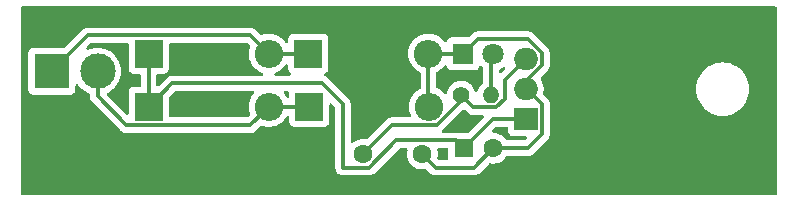
<source format=gbr>
%TF.GenerationSoftware,KiCad,Pcbnew,8.0.6*%
%TF.CreationDate,2024-11-04T20:56:57+05:30*%
%TF.ProjectId,power_supply_kicad,706f7765-725f-4737-9570-706c795f6b69,rev?*%
%TF.SameCoordinates,Original*%
%TF.FileFunction,Copper,L1,Top*%
%TF.FilePolarity,Positive*%
%FSLAX46Y46*%
G04 Gerber Fmt 4.6, Leading zero omitted, Abs format (unit mm)*
G04 Created by KiCad (PCBNEW 8.0.6) date 2024-11-04 20:56:57*
%MOMM*%
%LPD*%
G01*
G04 APERTURE LIST*
%TA.AperFunction,ComponentPad*%
%ADD10C,1.600000*%
%TD*%
%TA.AperFunction,ComponentPad*%
%ADD11R,3.000000X3.000000*%
%TD*%
%TA.AperFunction,ComponentPad*%
%ADD12C,3.000000*%
%TD*%
%TA.AperFunction,ComponentPad*%
%ADD13R,1.600000X1.600000*%
%TD*%
%TA.AperFunction,ComponentPad*%
%ADD14C,1.400000*%
%TD*%
%TA.AperFunction,ComponentPad*%
%ADD15O,1.400000X1.400000*%
%TD*%
%TA.AperFunction,ComponentPad*%
%ADD16R,2.000000X1.905000*%
%TD*%
%TA.AperFunction,ComponentPad*%
%ADD17O,2.000000X1.905000*%
%TD*%
%TA.AperFunction,ComponentPad*%
%ADD18R,1.800000X1.800000*%
%TD*%
%TA.AperFunction,ComponentPad*%
%ADD19C,1.800000*%
%TD*%
%TA.AperFunction,ComponentPad*%
%ADD20R,2.400000X2.400000*%
%TD*%
%TA.AperFunction,ComponentPad*%
%ADD21O,2.400000X2.400000*%
%TD*%
%TA.AperFunction,Conductor*%
%ADD22C,0.300000*%
%TD*%
G04 APERTURE END LIST*
D10*
%TO.P,C2,1*%
%TO.N,Net-(U1-OUT)*%
X140500000Y-65500000D03*
%TO.P,C2,2*%
%TO.N,Net-(D1-A)*%
X145500000Y-65500000D03*
%TD*%
D11*
%TO.P,J1,1,Pin_1*%
%TO.N,Net-(D1-K)*%
X114120000Y-58500000D03*
D12*
%TO.P,J1,2,Pin_2*%
%TO.N,Net-(D2-A)*%
X118000000Y-58500000D03*
%TD*%
D13*
%TO.P,C1,1*%
%TO.N,Net-(D2-K)*%
X149000000Y-65000000D03*
D10*
%TO.P,C1,2*%
%TO.N,Net-(D1-A)*%
X151500000Y-65000000D03*
%TD*%
D14*
%TO.P,R1,1*%
%TO.N,Net-(U1-OUT)*%
X148780000Y-60500000D03*
D15*
%TO.P,R1,2*%
%TO.N,Net-(D5-A)*%
X151320000Y-60500000D03*
%TD*%
D16*
%TO.P,U1,1,IN*%
%TO.N,Net-(D2-K)*%
X154270000Y-62540000D03*
D17*
%TO.P,U1,2,GND*%
%TO.N,Net-(D1-A)*%
X154270000Y-60000000D03*
%TO.P,U1,3,OUT*%
%TO.N,Net-(U1-OUT)*%
X154270000Y-57460000D03*
%TD*%
D18*
%TO.P,D5,1,K*%
%TO.N,Net-(D1-A)*%
X148960000Y-57000000D03*
D19*
%TO.P,D5,2,A*%
%TO.N,Net-(D5-A)*%
X151500000Y-57000000D03*
%TD*%
D20*
%TO.P,D4,1,K*%
%TO.N,Net-(D2-A)*%
X135920000Y-61500000D03*
D21*
%TO.P,D4,2,A*%
%TO.N,Net-(D1-A)*%
X146080000Y-61500000D03*
%TD*%
D20*
%TO.P,D1,1,K*%
%TO.N,Net-(D1-K)*%
X135840000Y-57000000D03*
D21*
%TO.P,D1,2,A*%
%TO.N,Net-(D1-A)*%
X146000000Y-57000000D03*
%TD*%
D20*
%TO.P,D2,1,K*%
%TO.N,Net-(D2-K)*%
X122340000Y-61500000D03*
D21*
%TO.P,D2,2,A*%
%TO.N,Net-(D2-A)*%
X132500000Y-61500000D03*
%TD*%
D20*
%TO.P,D3,1,K*%
%TO.N,Net-(D2-K)*%
X122340000Y-57000000D03*
D21*
%TO.P,D3,2,A*%
%TO.N,Net-(D1-K)*%
X132500000Y-57000000D03*
%TD*%
D22*
%TO.N,Net-(D1-A)*%
X146000000Y-61420000D02*
X146080000Y-61500000D01*
X154270000Y-59349513D02*
X155620000Y-57999513D01*
X149850000Y-66650000D02*
X151500000Y-65000000D01*
X155620000Y-61237500D02*
X154382500Y-60000000D01*
X154462500Y-65000000D02*
X155620000Y-63842500D01*
X154270000Y-60000000D02*
X154270000Y-59349513D01*
X155620000Y-63842500D02*
X155620000Y-61237500D01*
X154382500Y-60000000D02*
X154270000Y-60000000D01*
X151500000Y-65000000D02*
X154462500Y-65000000D01*
X145500000Y-65500000D02*
X146650000Y-66650000D01*
X150210000Y-55750000D02*
X148960000Y-57000000D01*
X155620000Y-57999513D02*
X155620000Y-56920487D01*
X148960000Y-57000000D02*
X146000000Y-57000000D01*
X155620000Y-56920487D02*
X154449513Y-55750000D01*
X154449513Y-55750000D02*
X150210000Y-55750000D01*
X146000000Y-57000000D02*
X146000000Y-61420000D01*
X146650000Y-66650000D02*
X149850000Y-66650000D01*
%TO.N,Net-(D2-K)*%
X151460000Y-62540000D02*
X149000000Y-65000000D01*
X137020000Y-59500000D02*
X124340000Y-59500000D01*
X124340000Y-59500000D02*
X122340000Y-61500000D01*
X140976346Y-66650000D02*
X138790000Y-66650000D01*
X138790000Y-66650000D02*
X138790000Y-61270000D01*
X149000000Y-65000000D02*
X148350000Y-64350000D01*
X122340000Y-61500000D02*
X122340000Y-57000000D01*
X143276346Y-64350000D02*
X140976346Y-66650000D01*
X148350000Y-64350000D02*
X143276346Y-64350000D01*
X138790000Y-61270000D02*
X137020000Y-59500000D01*
X154270000Y-62540000D02*
X151460000Y-62540000D01*
%TO.N,Net-(U1-OUT)*%
X148780000Y-60992032D02*
X148780000Y-60500000D01*
X142950000Y-63050000D02*
X146722032Y-63050000D01*
X148780000Y-60500000D02*
X149830000Y-61550000D01*
X149830000Y-61550000D02*
X151754925Y-61550000D01*
X140500000Y-65500000D02*
X142950000Y-63050000D01*
X146722032Y-63050000D02*
X148780000Y-60992032D01*
X152500000Y-59230000D02*
X154270000Y-57460000D01*
X152500000Y-60804925D02*
X152500000Y-59230000D01*
X151754925Y-61550000D02*
X152500000Y-60804925D01*
%TO.N,Net-(D1-K)*%
X114120000Y-58500000D02*
X117170000Y-55450000D01*
X132500000Y-57000000D02*
X135840000Y-57000000D01*
X130950000Y-55450000D02*
X132500000Y-57000000D01*
X117170000Y-55450000D02*
X130950000Y-55450000D01*
%TO.N,Net-(D2-A)*%
X132500000Y-61500000D02*
X135920000Y-61500000D01*
X118000000Y-58500000D02*
X118000000Y-60621320D01*
X130950000Y-63050000D02*
X132500000Y-61500000D01*
X118000000Y-60621320D02*
X120428680Y-63050000D01*
X120428680Y-63050000D02*
X130950000Y-63050000D01*
%TO.N,Net-(D5-A)*%
X151320000Y-60500000D02*
X151320000Y-57180000D01*
X151320000Y-57180000D02*
X151500000Y-57000000D01*
%TD*%
%TA.AperFunction,NonConductor*%
G36*
X175442539Y-53020185D02*
G01*
X175488294Y-53072989D01*
X175499500Y-53124500D01*
X175499500Y-68875500D01*
X175479815Y-68942539D01*
X175427011Y-68988294D01*
X175375500Y-68999500D01*
X111624500Y-68999500D01*
X111557461Y-68979815D01*
X111511706Y-68927011D01*
X111500500Y-68875500D01*
X111500500Y-56952135D01*
X112119500Y-56952135D01*
X112119500Y-60047870D01*
X112119501Y-60047876D01*
X112125908Y-60107483D01*
X112176202Y-60242328D01*
X112176206Y-60242335D01*
X112262452Y-60357544D01*
X112262455Y-60357547D01*
X112377664Y-60443793D01*
X112377671Y-60443797D01*
X112512517Y-60494091D01*
X112512516Y-60494091D01*
X112519444Y-60494835D01*
X112572127Y-60500500D01*
X115667872Y-60500499D01*
X115727483Y-60494091D01*
X115862331Y-60443796D01*
X115977546Y-60357546D01*
X116063796Y-60242331D01*
X116114091Y-60107483D01*
X116120500Y-60047873D01*
X116120499Y-59700023D01*
X116140183Y-59632987D01*
X116192987Y-59587232D01*
X116262146Y-59577288D01*
X116325701Y-59606313D01*
X116343766Y-59625716D01*
X116484254Y-59813387D01*
X116484270Y-59813405D01*
X116686594Y-60015729D01*
X116686612Y-60015745D01*
X116915682Y-60187224D01*
X116915690Y-60187229D01*
X117166833Y-60324364D01*
X117166836Y-60324366D01*
X117178660Y-60328776D01*
X117268835Y-60362409D01*
X117324767Y-60404279D01*
X117349184Y-60469743D01*
X117349500Y-60478590D01*
X117349500Y-60685391D01*
X117373913Y-60808117D01*
X117373914Y-60808133D01*
X117373916Y-60808133D01*
X117374498Y-60811062D01*
X117411131Y-60899500D01*
X117423535Y-60929447D01*
X117484337Y-61020445D01*
X117494726Y-61035993D01*
X117494727Y-61035994D01*
X119923404Y-63464669D01*
X119999107Y-63540372D01*
X120014012Y-63555277D01*
X120120546Y-63626461D01*
X120120552Y-63626464D01*
X120120553Y-63626465D01*
X120238936Y-63675501D01*
X120238940Y-63675501D01*
X120238941Y-63675502D01*
X120364608Y-63700500D01*
X120364611Y-63700500D01*
X131014071Y-63700500D01*
X131098615Y-63683682D01*
X131139744Y-63675501D01*
X131258127Y-63626465D01*
X131364669Y-63555277D01*
X131790202Y-63129742D01*
X131851521Y-63096260D01*
X131914426Y-63098934D01*
X132120542Y-63162513D01*
X132372565Y-63200500D01*
X132627435Y-63200500D01*
X132879458Y-63162513D01*
X133123004Y-63087389D01*
X133352634Y-62976805D01*
X133563217Y-62833232D01*
X133750050Y-62659877D01*
X133908959Y-62460612D01*
X133988114Y-62323509D01*
X134038681Y-62275295D01*
X134107288Y-62262071D01*
X134172152Y-62288039D01*
X134212681Y-62344953D01*
X134219501Y-62385510D01*
X134219501Y-62747876D01*
X134225908Y-62807483D01*
X134276202Y-62942328D01*
X134276206Y-62942335D01*
X134362452Y-63057544D01*
X134362455Y-63057547D01*
X134477664Y-63143793D01*
X134477671Y-63143797D01*
X134612517Y-63194091D01*
X134612516Y-63194091D01*
X134619444Y-63194835D01*
X134672127Y-63200500D01*
X137167872Y-63200499D01*
X137227483Y-63194091D01*
X137362331Y-63143796D01*
X137477546Y-63057546D01*
X137563796Y-62942331D01*
X137614091Y-62807483D01*
X137620500Y-62747873D01*
X137620499Y-61319806D01*
X137640184Y-61252768D01*
X137692987Y-61207013D01*
X137762146Y-61197069D01*
X137825702Y-61226094D01*
X137832180Y-61232126D01*
X138103181Y-61503127D01*
X138136666Y-61564450D01*
X138139500Y-61590808D01*
X138139500Y-66714069D01*
X138139500Y-66714071D01*
X138139499Y-66714071D01*
X138164497Y-66839738D01*
X138164499Y-66839744D01*
X138213533Y-66958124D01*
X138213538Y-66958133D01*
X138284723Y-67064668D01*
X138284726Y-67064672D01*
X138375327Y-67155273D01*
X138375331Y-67155276D01*
X138481866Y-67226461D01*
X138481872Y-67226464D01*
X138481873Y-67226465D01*
X138600256Y-67275501D01*
X138600260Y-67275501D01*
X138600261Y-67275502D01*
X138725928Y-67300500D01*
X138725931Y-67300500D01*
X141040417Y-67300500D01*
X141124961Y-67283682D01*
X141166090Y-67275501D01*
X141284473Y-67226465D01*
X141391015Y-67155277D01*
X143509472Y-65036818D01*
X143570795Y-65003334D01*
X143597153Y-65000500D01*
X144125863Y-65000500D01*
X144192902Y-65020185D01*
X144238657Y-65072989D01*
X144248601Y-65142147D01*
X144245638Y-65156593D01*
X144214366Y-65273302D01*
X144214364Y-65273313D01*
X144194532Y-65499998D01*
X144194532Y-65500001D01*
X144214364Y-65726686D01*
X144214366Y-65726697D01*
X144273258Y-65946488D01*
X144273261Y-65946497D01*
X144369431Y-66152732D01*
X144369432Y-66152734D01*
X144499954Y-66339141D01*
X144660858Y-66500045D01*
X144660861Y-66500047D01*
X144847266Y-66630568D01*
X145053504Y-66726739D01*
X145273308Y-66785635D01*
X145435230Y-66799801D01*
X145499998Y-66805468D01*
X145500000Y-66805468D01*
X145500002Y-66805468D01*
X145531421Y-66802719D01*
X145726692Y-66785635D01*
X145767162Y-66774791D01*
X145837012Y-66776452D01*
X145886938Y-66806884D01*
X146235325Y-67155272D01*
X146235330Y-67155276D01*
X146235331Y-67155277D01*
X146341874Y-67226466D01*
X146411221Y-67255189D01*
X146460256Y-67275501D01*
X146460259Y-67275501D01*
X146460260Y-67275502D01*
X146585928Y-67300500D01*
X146585931Y-67300500D01*
X149914071Y-67300500D01*
X149998615Y-67283682D01*
X150039744Y-67275501D01*
X150158127Y-67226465D01*
X150264669Y-67155277D01*
X151113062Y-66306882D01*
X151174383Y-66273399D01*
X151232834Y-66274790D01*
X151273308Y-66285635D01*
X151435230Y-66299801D01*
X151499998Y-66305468D01*
X151500000Y-66305468D01*
X151500002Y-66305468D01*
X151556673Y-66300509D01*
X151726692Y-66285635D01*
X151946496Y-66226739D01*
X152152734Y-66130568D01*
X152339139Y-66000047D01*
X152500047Y-65839139D01*
X152595108Y-65703377D01*
X152649685Y-65659752D01*
X152696683Y-65650500D01*
X154526571Y-65650500D01*
X154611115Y-65633682D01*
X154652244Y-65625501D01*
X154770627Y-65576465D01*
X154789179Y-65564069D01*
X154877169Y-65505277D01*
X156125276Y-64257169D01*
X156196465Y-64150627D01*
X156245501Y-64032244D01*
X156253307Y-63993000D01*
X156261903Y-63949784D01*
X156270500Y-63906570D01*
X156270500Y-61173428D01*
X156245502Y-61047761D01*
X156245501Y-61047760D01*
X156245501Y-61047756D01*
X156196465Y-60929373D01*
X156167950Y-60886697D01*
X156125276Y-60822830D01*
X156125274Y-60822827D01*
X156125271Y-60822824D01*
X155765883Y-60463437D01*
X155732398Y-60402114D01*
X155735249Y-60345383D01*
X155733584Y-60344984D01*
X155734717Y-60340259D01*
X155734722Y-60340245D01*
X155770500Y-60114354D01*
X155770500Y-59999992D01*
X168674671Y-59999992D01*
X168674671Y-60000007D01*
X168693964Y-60294363D01*
X168693965Y-60294373D01*
X168693966Y-60294380D01*
X168728847Y-60469743D01*
X168751518Y-60583716D01*
X168751521Y-60583730D01*
X168846349Y-60863080D01*
X168976825Y-61127660D01*
X168976829Y-61127667D01*
X169140725Y-61372955D01*
X169335241Y-61594758D01*
X169517001Y-61754157D01*
X169557043Y-61789273D01*
X169802335Y-61953172D01*
X170066923Y-62083652D01*
X170346278Y-62178481D01*
X170635620Y-62236034D01*
X170663888Y-62237886D01*
X170929993Y-62255329D01*
X170930000Y-62255329D01*
X170930007Y-62255329D01*
X171165675Y-62239881D01*
X171224380Y-62236034D01*
X171513722Y-62178481D01*
X171793077Y-62083652D01*
X172057665Y-61953172D01*
X172302957Y-61789273D01*
X172524758Y-61594758D01*
X172719273Y-61372957D01*
X172883172Y-61127665D01*
X173013652Y-60863077D01*
X173108481Y-60583722D01*
X173166034Y-60294380D01*
X173173057Y-60187226D01*
X173185329Y-60000007D01*
X173185329Y-59999992D01*
X173166035Y-59705636D01*
X173166034Y-59705620D01*
X173108481Y-59416278D01*
X173013652Y-59136923D01*
X172883172Y-58872336D01*
X172869305Y-58851583D01*
X172816789Y-58772987D01*
X172719273Y-58627043D01*
X172672884Y-58574147D01*
X172524758Y-58405241D01*
X172302955Y-58210725D01*
X172057667Y-58046829D01*
X172057660Y-58046825D01*
X171793080Y-57916349D01*
X171513730Y-57821521D01*
X171513724Y-57821519D01*
X171513722Y-57821519D01*
X171224380Y-57763966D01*
X171224373Y-57763965D01*
X171224363Y-57763964D01*
X170930007Y-57744671D01*
X170929993Y-57744671D01*
X170635636Y-57763964D01*
X170635624Y-57763965D01*
X170635620Y-57763966D01*
X170635612Y-57763967D01*
X170635609Y-57763968D01*
X170346283Y-57821518D01*
X170346269Y-57821521D01*
X170066919Y-57916349D01*
X169802334Y-58046828D01*
X169557041Y-58210728D01*
X169335241Y-58405241D01*
X169140728Y-58627041D01*
X168976828Y-58872334D01*
X168846349Y-59136919D01*
X168751521Y-59416269D01*
X168751518Y-59416283D01*
X168693968Y-59705609D01*
X168693964Y-59705636D01*
X168674671Y-59999992D01*
X155770500Y-59999992D01*
X155770500Y-59885646D01*
X155734722Y-59659755D01*
X155734721Y-59659751D01*
X155734721Y-59659750D01*
X155664049Y-59442244D01*
X155608471Y-59333166D01*
X155560217Y-59238462D01*
X155513383Y-59174000D01*
X155489904Y-59108197D01*
X155505729Y-59040143D01*
X155526017Y-59013440D01*
X156125276Y-58414183D01*
X156179366Y-58333231D01*
X156196464Y-58307642D01*
X156196604Y-58307304D01*
X156245501Y-58189257D01*
X156270500Y-58063582D01*
X156270500Y-56856418D01*
X156270500Y-56856415D01*
X156245502Y-56730748D01*
X156245501Y-56730747D01*
X156245501Y-56730743D01*
X156222297Y-56674724D01*
X156202897Y-56627888D01*
X156196469Y-56612368D01*
X156196468Y-56612367D01*
X156196466Y-56612361D01*
X156165866Y-56566565D01*
X156125278Y-56505819D01*
X156125272Y-56505812D01*
X154864186Y-55244726D01*
X154864182Y-55244723D01*
X154757640Y-55173535D01*
X154639257Y-55124499D01*
X154639251Y-55124497D01*
X154513584Y-55099500D01*
X154513582Y-55099500D01*
X150145931Y-55099500D01*
X150145929Y-55099500D01*
X150020261Y-55124497D01*
X150020255Y-55124499D01*
X149901874Y-55173534D01*
X149795329Y-55244724D01*
X149476872Y-55563181D01*
X149415549Y-55596666D01*
X149389191Y-55599500D01*
X148012129Y-55599500D01*
X148012123Y-55599501D01*
X147952516Y-55605908D01*
X147817671Y-55656202D01*
X147817664Y-55656206D01*
X147702455Y-55742452D01*
X147702452Y-55742455D01*
X147616206Y-55857664D01*
X147616203Y-55857669D01*
X147580534Y-55953303D01*
X147538662Y-56009236D01*
X147473198Y-56033653D01*
X147404925Y-56018801D01*
X147367407Y-55987283D01*
X147250050Y-55840123D01*
X147063217Y-55666768D01*
X146852634Y-55523195D01*
X146852630Y-55523193D01*
X146852627Y-55523191D01*
X146852626Y-55523190D01*
X146623006Y-55412612D01*
X146623008Y-55412612D01*
X146379466Y-55337489D01*
X146379462Y-55337488D01*
X146379458Y-55337487D01*
X146258231Y-55319214D01*
X146127440Y-55299500D01*
X146127435Y-55299500D01*
X145872565Y-55299500D01*
X145872559Y-55299500D01*
X145715609Y-55323157D01*
X145620542Y-55337487D01*
X145620539Y-55337488D01*
X145620533Y-55337489D01*
X145376992Y-55412612D01*
X145147373Y-55523190D01*
X145147372Y-55523191D01*
X144936782Y-55666768D01*
X144749952Y-55840121D01*
X144749950Y-55840123D01*
X144591041Y-56039388D01*
X144463608Y-56260109D01*
X144370492Y-56497362D01*
X144370490Y-56497369D01*
X144313777Y-56745845D01*
X144294732Y-56999995D01*
X144294732Y-57000004D01*
X144313777Y-57254154D01*
X144350645Y-57415685D01*
X144370492Y-57502637D01*
X144463607Y-57739888D01*
X144591041Y-57960612D01*
X144749950Y-58159877D01*
X144936783Y-58333232D01*
X145147366Y-58476805D01*
X145147371Y-58476807D01*
X145147372Y-58476808D01*
X145147373Y-58476809D01*
X145195533Y-58500001D01*
X145278989Y-58540191D01*
X145279301Y-58540341D01*
X145331161Y-58587163D01*
X145349500Y-58652061D01*
X145349500Y-59886463D01*
X145329815Y-59953502D01*
X145279303Y-59998182D01*
X145227375Y-60023189D01*
X145227372Y-60023191D01*
X145016782Y-60166768D01*
X144829952Y-60340121D01*
X144829950Y-60340123D01*
X144671041Y-60539388D01*
X144543608Y-60760109D01*
X144450492Y-60997362D01*
X144450490Y-60997369D01*
X144393777Y-61245845D01*
X144374732Y-61499995D01*
X144374732Y-61500004D01*
X144393777Y-61754154D01*
X144393778Y-61754157D01*
X144450492Y-62002637D01*
X144535874Y-62220185D01*
X144539804Y-62230197D01*
X144545973Y-62299794D01*
X144513535Y-62361678D01*
X144452791Y-62396201D01*
X144424376Y-62399500D01*
X142885929Y-62399500D01*
X142760261Y-62424497D01*
X142760255Y-62424499D01*
X142641875Y-62473533D01*
X142641866Y-62473538D01*
X142535331Y-62544723D01*
X142535327Y-62544726D01*
X140886937Y-64193115D01*
X140825614Y-64226600D01*
X140767163Y-64225209D01*
X140726697Y-64214366D01*
X140726693Y-64214365D01*
X140726692Y-64214365D01*
X140726691Y-64214364D01*
X140726686Y-64214364D01*
X140500002Y-64194532D01*
X140499998Y-64194532D01*
X140273313Y-64214364D01*
X140273302Y-64214366D01*
X140053511Y-64273258D01*
X140053502Y-64273261D01*
X139847267Y-64369431D01*
X139847265Y-64369432D01*
X139660858Y-64499954D01*
X139652181Y-64508632D01*
X139590858Y-64542117D01*
X139521166Y-64537133D01*
X139465233Y-64495261D01*
X139440816Y-64429797D01*
X139440500Y-64420951D01*
X139440500Y-61205928D01*
X139415502Y-61080261D01*
X139415501Y-61080260D01*
X139415501Y-61080256D01*
X139366465Y-60961873D01*
X139344799Y-60929447D01*
X139324789Y-60899500D01*
X139295275Y-60855328D01*
X137434673Y-58994726D01*
X137328125Y-58923533D01*
X137242235Y-58887957D01*
X137187832Y-58844116D01*
X137165767Y-58777822D01*
X137183046Y-58710122D01*
X137234184Y-58662512D01*
X137246356Y-58657214D01*
X137282326Y-58643798D01*
X137282326Y-58643797D01*
X137282331Y-58643796D01*
X137397546Y-58557546D01*
X137483796Y-58442331D01*
X137534091Y-58307483D01*
X137540500Y-58247873D01*
X137540499Y-55752128D01*
X137534091Y-55692517D01*
X137524487Y-55666768D01*
X137483797Y-55557671D01*
X137483793Y-55557664D01*
X137397547Y-55442455D01*
X137397544Y-55442452D01*
X137282335Y-55356206D01*
X137282328Y-55356202D01*
X137147482Y-55305908D01*
X137147483Y-55305908D01*
X137087883Y-55299501D01*
X137087881Y-55299500D01*
X137087873Y-55299500D01*
X137087864Y-55299500D01*
X134592129Y-55299500D01*
X134592123Y-55299501D01*
X134532516Y-55305908D01*
X134397671Y-55356202D01*
X134397664Y-55356206D01*
X134282455Y-55442452D01*
X134282452Y-55442455D01*
X134196206Y-55557664D01*
X134196202Y-55557671D01*
X134145908Y-55692517D01*
X134140540Y-55742452D01*
X134139501Y-55752123D01*
X134139500Y-55752135D01*
X134139500Y-55975923D01*
X134119815Y-56042962D01*
X134067011Y-56088717D01*
X133997853Y-56098661D01*
X133934297Y-56069636D01*
X133912155Y-56042820D01*
X133911571Y-56043219D01*
X133908961Y-56039391D01*
X133892541Y-56018801D01*
X133750050Y-55840123D01*
X133563217Y-55666768D01*
X133352634Y-55523195D01*
X133352630Y-55523193D01*
X133352627Y-55523191D01*
X133352626Y-55523190D01*
X133123006Y-55412612D01*
X133123008Y-55412612D01*
X132879466Y-55337489D01*
X132879462Y-55337488D01*
X132879458Y-55337487D01*
X132758231Y-55319214D01*
X132627440Y-55299500D01*
X132627435Y-55299500D01*
X132372565Y-55299500D01*
X132372559Y-55299500D01*
X132215609Y-55323157D01*
X132120542Y-55337487D01*
X132120539Y-55337488D01*
X132120529Y-55337490D01*
X131914429Y-55401063D01*
X131844566Y-55402013D01*
X131790199Y-55370253D01*
X131364674Y-54944727D01*
X131364673Y-54944726D01*
X131364669Y-54944723D01*
X131258127Y-54873535D01*
X131139744Y-54824499D01*
X131139738Y-54824497D01*
X131014071Y-54799500D01*
X131014069Y-54799500D01*
X117105931Y-54799500D01*
X117105929Y-54799500D01*
X116980261Y-54824497D01*
X116980255Y-54824499D01*
X116861870Y-54873535D01*
X116755331Y-54944722D01*
X116755324Y-54944728D01*
X115236871Y-56463181D01*
X115175548Y-56496666D01*
X115149190Y-56499500D01*
X112572129Y-56499500D01*
X112572123Y-56499501D01*
X112512516Y-56505908D01*
X112377671Y-56556202D01*
X112377664Y-56556206D01*
X112262455Y-56642452D01*
X112262452Y-56642455D01*
X112176206Y-56757664D01*
X112176202Y-56757671D01*
X112125908Y-56892517D01*
X112119501Y-56952116D01*
X112119500Y-56952135D01*
X111500500Y-56952135D01*
X111500500Y-53124500D01*
X111520185Y-53057461D01*
X111572989Y-53011706D01*
X111624500Y-53000500D01*
X175375500Y-53000500D01*
X175442539Y-53020185D01*
G37*
%TD.AperFunction*%
%TA.AperFunction,NonConductor*%
G36*
X152472438Y-58109693D02*
G01*
X152522763Y-58158161D01*
X152538895Y-58226143D01*
X152515713Y-58292055D01*
X152502748Y-58307304D01*
X152182181Y-58627872D01*
X152120858Y-58661357D01*
X152051167Y-58656373D01*
X151995233Y-58614502D01*
X151970816Y-58549037D01*
X151970500Y-58540191D01*
X151970500Y-58407741D01*
X151990185Y-58340702D01*
X152042989Y-58294947D01*
X152054235Y-58290460D01*
X152064503Y-58286936D01*
X152268626Y-58176470D01*
X152338905Y-58121769D01*
X152403898Y-58096127D01*
X152472438Y-58109693D01*
G37*
%TD.AperFunction*%
%TA.AperFunction,NonConductor*%
G36*
X134092149Y-57926601D02*
G01*
X134132680Y-57983514D01*
X134139501Y-58024075D01*
X134139501Y-58247876D01*
X134145908Y-58307483D01*
X134196202Y-58442328D01*
X134196206Y-58442335D01*
X134282452Y-58557544D01*
X134282455Y-58557547D01*
X134374208Y-58626234D01*
X134416079Y-58682168D01*
X134421063Y-58751859D01*
X134387577Y-58813182D01*
X134326254Y-58846666D01*
X134299897Y-58849500D01*
X133095946Y-58849500D01*
X133028907Y-58829815D01*
X132983152Y-58777011D01*
X132973208Y-58707853D01*
X133002233Y-58644297D01*
X133059394Y-58607009D01*
X133123004Y-58587389D01*
X133352634Y-58476805D01*
X133563217Y-58333232D01*
X133750050Y-58159877D01*
X133908959Y-57960612D01*
X133908963Y-57960605D01*
X133911571Y-57956781D01*
X133912793Y-57957614D01*
X133958677Y-57913862D01*
X134027283Y-57900636D01*
X134092149Y-57926601D01*
G37*
%TD.AperFunction*%
%TA.AperFunction,NonConductor*%
G36*
X130696231Y-56120185D02*
G01*
X130716873Y-56136819D01*
X130871406Y-56291352D01*
X130904891Y-56352675D01*
X130899907Y-56422367D01*
X130899185Y-56424252D01*
X130870492Y-56497363D01*
X130870490Y-56497369D01*
X130870489Y-56497374D01*
X130813777Y-56745845D01*
X130794732Y-56999995D01*
X130794732Y-57000004D01*
X130813777Y-57254154D01*
X130850645Y-57415685D01*
X130870492Y-57502637D01*
X130963607Y-57739888D01*
X131091041Y-57960612D01*
X131249950Y-58159877D01*
X131436783Y-58333232D01*
X131647366Y-58476805D01*
X131647371Y-58476807D01*
X131647372Y-58476808D01*
X131647373Y-58476809D01*
X131769328Y-58535538D01*
X131876992Y-58587387D01*
X131876993Y-58587387D01*
X131876996Y-58587389D01*
X131940605Y-58607009D01*
X131998863Y-58645579D01*
X132027021Y-58709524D01*
X132016137Y-58778541D01*
X131969668Y-58830718D01*
X131904054Y-58849500D01*
X124275929Y-58849500D01*
X124161140Y-58872334D01*
X124161130Y-58872336D01*
X124150256Y-58874499D01*
X124150255Y-58874499D01*
X124031875Y-58923533D01*
X124031866Y-58923538D01*
X123925331Y-58994723D01*
X123925327Y-58994726D01*
X123202181Y-59717873D01*
X123140858Y-59751358D01*
X123071166Y-59746374D01*
X123015233Y-59704502D01*
X122990816Y-59639038D01*
X122990500Y-59630192D01*
X122990500Y-58824499D01*
X123010185Y-58757460D01*
X123062989Y-58711705D01*
X123114500Y-58700499D01*
X123587871Y-58700499D01*
X123587872Y-58700499D01*
X123647483Y-58694091D01*
X123782331Y-58643796D01*
X123897546Y-58557546D01*
X123983796Y-58442331D01*
X124034091Y-58307483D01*
X124040500Y-58247873D01*
X124040499Y-56224499D01*
X124060184Y-56157461D01*
X124112987Y-56111706D01*
X124164499Y-56100500D01*
X130629192Y-56100500D01*
X130696231Y-56120185D01*
G37*
%TD.AperFunction*%
%TA.AperFunction,NonConductor*%
G36*
X147554675Y-58005072D02*
G01*
X147580534Y-58046697D01*
X147616202Y-58142328D01*
X147616206Y-58142335D01*
X147702452Y-58257544D01*
X147702455Y-58257547D01*
X147817664Y-58343793D01*
X147817671Y-58343797D01*
X147952517Y-58394091D01*
X147952516Y-58394091D01*
X147959444Y-58394835D01*
X148012127Y-58400500D01*
X149907872Y-58400499D01*
X149967483Y-58394091D01*
X150102331Y-58343796D01*
X150217546Y-58257546D01*
X150303796Y-58142331D01*
X150321029Y-58096127D01*
X150332455Y-58065493D01*
X150374326Y-58009559D01*
X150439790Y-57985141D01*
X150508063Y-57999992D01*
X150539866Y-58024843D01*
X150547302Y-58032920D01*
X150548215Y-58033912D01*
X150548221Y-58033918D01*
X150621661Y-58091077D01*
X150662475Y-58147787D01*
X150669500Y-58188931D01*
X150669500Y-59421712D01*
X150649815Y-59488751D01*
X150610780Y-59527137D01*
X150593441Y-59537872D01*
X150593437Y-59537876D01*
X150429020Y-59687761D01*
X150294943Y-59865308D01*
X150294938Y-59865316D01*
X150195775Y-60064461D01*
X150195769Y-60064476D01*
X150169266Y-60157627D01*
X150131987Y-60216721D01*
X150068677Y-60246278D01*
X149999438Y-60236916D01*
X149946251Y-60191606D01*
X149930734Y-60157627D01*
X149904230Y-60064476D01*
X149904229Y-60064472D01*
X149904224Y-60064461D01*
X149805061Y-59865316D01*
X149805056Y-59865308D01*
X149670979Y-59687761D01*
X149506562Y-59537876D01*
X149506560Y-59537874D01*
X149317404Y-59420754D01*
X149317398Y-59420752D01*
X149109940Y-59340382D01*
X148891243Y-59299500D01*
X148668757Y-59299500D01*
X148450060Y-59340382D01*
X148318864Y-59391207D01*
X148242601Y-59420752D01*
X148242595Y-59420754D01*
X148053439Y-59537874D01*
X148053437Y-59537876D01*
X147889020Y-59687761D01*
X147754943Y-59865308D01*
X147754938Y-59865316D01*
X147655775Y-60064461D01*
X147655769Y-60064476D01*
X147594885Y-60278462D01*
X147594885Y-60278463D01*
X147590610Y-60324591D01*
X147564823Y-60389528D01*
X147508021Y-60430215D01*
X147438240Y-60433734D01*
X147377634Y-60398967D01*
X147370208Y-60390479D01*
X147330050Y-60340123D01*
X147143217Y-60166768D01*
X146932634Y-60023195D01*
X146932631Y-60023194D01*
X146932629Y-60023192D01*
X146720698Y-59921131D01*
X146668839Y-59874308D01*
X146650500Y-59809411D01*
X146650500Y-58652061D01*
X146670185Y-58585022D01*
X146720699Y-58540341D01*
X146721011Y-58540191D01*
X146852634Y-58476805D01*
X147063217Y-58333232D01*
X147250050Y-58159877D01*
X147367406Y-58012716D01*
X147424593Y-57972577D01*
X147494405Y-57969727D01*
X147554675Y-58005072D01*
G37*
%TD.AperFunction*%
%TA.AperFunction,NonConductor*%
G36*
X134162539Y-60170185D02*
G01*
X134208294Y-60222989D01*
X134219500Y-60274500D01*
X134219500Y-60614487D01*
X134199815Y-60681526D01*
X134147011Y-60727281D01*
X134077853Y-60737225D01*
X134014297Y-60708200D01*
X133988113Y-60676487D01*
X133952317Y-60614487D01*
X133908959Y-60539388D01*
X133759371Y-60351811D01*
X133732964Y-60287126D01*
X133745719Y-60218431D01*
X133793590Y-60167537D01*
X133856319Y-60150500D01*
X134095500Y-60150500D01*
X134162539Y-60170185D01*
G37*
%TD.AperFunction*%
%TA.AperFunction,NonConductor*%
G36*
X120582539Y-56120185D02*
G01*
X120628294Y-56172989D01*
X120639500Y-56224500D01*
X120639500Y-58247870D01*
X120639501Y-58247876D01*
X120645908Y-58307483D01*
X120696202Y-58442328D01*
X120696206Y-58442335D01*
X120782452Y-58557544D01*
X120782455Y-58557547D01*
X120897664Y-58643793D01*
X120897671Y-58643797D01*
X120942618Y-58660561D01*
X121032517Y-58694091D01*
X121092127Y-58700500D01*
X121565500Y-58700499D01*
X121632539Y-58720183D01*
X121678294Y-58772987D01*
X121689500Y-58824499D01*
X121689500Y-59675500D01*
X121669815Y-59742539D01*
X121617011Y-59788294D01*
X121565500Y-59799500D01*
X121092129Y-59799500D01*
X121092123Y-59799501D01*
X121032516Y-59805908D01*
X120897671Y-59856202D01*
X120897664Y-59856206D01*
X120782455Y-59942452D01*
X120782452Y-59942455D01*
X120696206Y-60057664D01*
X120696202Y-60057671D01*
X120645908Y-60192517D01*
X120639501Y-60252116D01*
X120639500Y-60252135D01*
X120639500Y-62041512D01*
X120619815Y-62108551D01*
X120567011Y-62154306D01*
X120497853Y-62164250D01*
X120434297Y-62135225D01*
X120427819Y-62129193D01*
X118814350Y-60515724D01*
X118780865Y-60454401D01*
X118785849Y-60384709D01*
X118827721Y-60328776D01*
X118842604Y-60319211D01*
X119018820Y-60222989D01*
X119084315Y-60187226D01*
X119313395Y-60015739D01*
X119515739Y-59813395D01*
X119687226Y-59584315D01*
X119824367Y-59333161D01*
X119924369Y-59065046D01*
X119985196Y-58785428D01*
X120005610Y-58500000D01*
X119985196Y-58214572D01*
X119976907Y-58176470D01*
X119924371Y-57934962D01*
X119924370Y-57934960D01*
X119924369Y-57934954D01*
X119824367Y-57666839D01*
X119687226Y-57415685D01*
X119566306Y-57254154D01*
X119515745Y-57186612D01*
X119515729Y-57186594D01*
X119313405Y-56984270D01*
X119313387Y-56984254D01*
X119084317Y-56812775D01*
X119084309Y-56812770D01*
X118833166Y-56675635D01*
X118833167Y-56675635D01*
X118663541Y-56612368D01*
X118565046Y-56575631D01*
X118565043Y-56575630D01*
X118565037Y-56575628D01*
X118285433Y-56514804D01*
X118000001Y-56494390D01*
X117999999Y-56494390D01*
X117714566Y-56514804D01*
X117434960Y-56575629D01*
X117434955Y-56575630D01*
X117434954Y-56575631D01*
X117351590Y-56606724D01*
X117218433Y-56656389D01*
X117148742Y-56661373D01*
X117087419Y-56627888D01*
X117053934Y-56566565D01*
X117058918Y-56496873D01*
X117087417Y-56452528D01*
X117403127Y-56136819D01*
X117464450Y-56103334D01*
X117490808Y-56100500D01*
X120515500Y-56100500D01*
X120582539Y-56120185D01*
G37*
%TD.AperFunction*%
%TA.AperFunction,NonConductor*%
G36*
X131210720Y-60170185D02*
G01*
X131256475Y-60222989D01*
X131266419Y-60292147D01*
X131240628Y-60351811D01*
X131091041Y-60539388D01*
X130963608Y-60760109D01*
X130870492Y-60997362D01*
X130870490Y-60997369D01*
X130813777Y-61245845D01*
X130794732Y-61499995D01*
X130794732Y-61500004D01*
X130813777Y-61754154D01*
X130813778Y-61754157D01*
X130870492Y-62002637D01*
X130870494Y-62002642D01*
X130899153Y-62075664D01*
X130905322Y-62145261D01*
X130872884Y-62207144D01*
X130871450Y-62208602D01*
X130716871Y-62363182D01*
X130655550Y-62396666D01*
X130629192Y-62399500D01*
X124164500Y-62399500D01*
X124097461Y-62379815D01*
X124051706Y-62327011D01*
X124040500Y-62275500D01*
X124040499Y-60770807D01*
X124060184Y-60703768D01*
X124076813Y-60683131D01*
X124573126Y-60186819D01*
X124634449Y-60153334D01*
X124660807Y-60150500D01*
X131143681Y-60150500D01*
X131210720Y-60170185D01*
G37*
%TD.AperFunction*%
%TA.AperFunction,NonConductor*%
G36*
X149069348Y-61725141D02*
G01*
X149113696Y-61753642D01*
X149415324Y-62055271D01*
X149415327Y-62055274D01*
X149520177Y-62125332D01*
X149520175Y-62125334D01*
X149520189Y-62125339D01*
X149521873Y-62126465D01*
X149640256Y-62175501D01*
X149640260Y-62175501D01*
X149640261Y-62175502D01*
X149765928Y-62200500D01*
X149765931Y-62200500D01*
X150580192Y-62200500D01*
X150647231Y-62220185D01*
X150692986Y-62272989D01*
X150702930Y-62342147D01*
X150673905Y-62405703D01*
X150667874Y-62412178D01*
X150022509Y-63057544D01*
X149416872Y-63663181D01*
X149355549Y-63696666D01*
X149329191Y-63699500D01*
X147291841Y-63699500D01*
X147224802Y-63679815D01*
X147179047Y-63627011D01*
X147169103Y-63557853D01*
X147198128Y-63494297D01*
X147204160Y-63487819D01*
X148636706Y-62055271D01*
X148938336Y-61753640D01*
X148999657Y-61720157D01*
X149069348Y-61725141D01*
G37*
%TD.AperFunction*%
%TA.AperFunction,NonConductor*%
G36*
X152712540Y-63210185D02*
G01*
X152758295Y-63262989D01*
X152769501Y-63314500D01*
X152769501Y-63540376D01*
X152775908Y-63599983D01*
X152826202Y-63734828D01*
X152826206Y-63734835D01*
X152912452Y-63850044D01*
X152912455Y-63850047D01*
X153027664Y-63936293D01*
X153027671Y-63936297D01*
X153162517Y-63986591D01*
X153162516Y-63986591D01*
X153169444Y-63987335D01*
X153222127Y-63993000D01*
X154250192Y-63992999D01*
X154317231Y-64012683D01*
X154362986Y-64065487D01*
X154372930Y-64134646D01*
X154343905Y-64198202D01*
X154337874Y-64204680D01*
X154229371Y-64313182D01*
X154168051Y-64346666D01*
X154141692Y-64349500D01*
X152696683Y-64349500D01*
X152629644Y-64329815D01*
X152595108Y-64296623D01*
X152500045Y-64160858D01*
X152339141Y-63999954D01*
X152152734Y-63869432D01*
X152152732Y-63869431D01*
X151946497Y-63773261D01*
X151946488Y-63773258D01*
X151726697Y-63714366D01*
X151726687Y-63714364D01*
X151512409Y-63695617D01*
X151447341Y-63670164D01*
X151406362Y-63613573D01*
X151402484Y-63543811D01*
X151435532Y-63484412D01*
X151693129Y-63226816D01*
X151754450Y-63193334D01*
X151780808Y-63190500D01*
X152645501Y-63190500D01*
X152712540Y-63210185D01*
G37*
%TD.AperFunction*%
%TA.AperFunction,NonConductor*%
G36*
X147642540Y-65020185D02*
G01*
X147688295Y-65072989D01*
X147699501Y-65124500D01*
X147699501Y-65847878D01*
X147701046Y-65862248D01*
X147688639Y-65931007D01*
X147641027Y-65982143D01*
X147577756Y-65999500D01*
X146970808Y-65999500D01*
X146903769Y-65979815D01*
X146883127Y-65963181D01*
X146806884Y-65886938D01*
X146773399Y-65825615D01*
X146774791Y-65767162D01*
X146785633Y-65726699D01*
X146785632Y-65726699D01*
X146785635Y-65726692D01*
X146805468Y-65500000D01*
X146785635Y-65273308D01*
X146772308Y-65223573D01*
X146754362Y-65156593D01*
X146756025Y-65086743D01*
X146795188Y-65028881D01*
X146859417Y-65001377D01*
X146874137Y-65000500D01*
X147575501Y-65000500D01*
X147642540Y-65020185D01*
G37*
%TD.AperFunction*%
M02*

</source>
